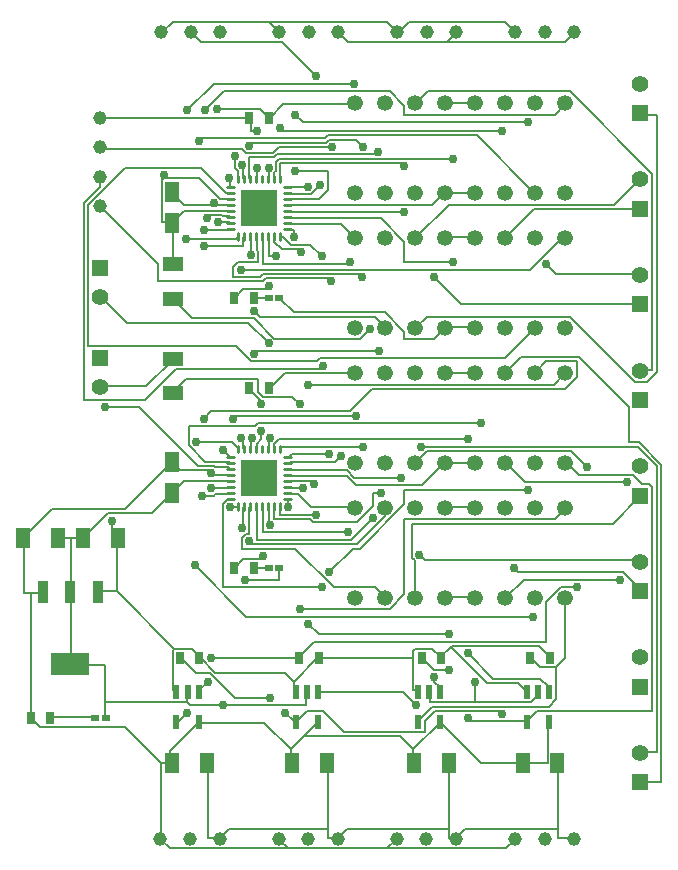
<source format=gbr>
G04 EAGLE Gerber RS-274X export*
G75*
%MOMM*%
%FSLAX34Y34*%
%LPD*%
%INTop Copper*%
%IPPOS*%
%AMOC8*
5,1,8,0,0,1.08239X$1,22.5*%
G01*
G04 Define Apertures*
%ADD10R,1.164600X1.815300*%
%ADD11R,1.188700X1.795500*%
%ADD12R,0.700000X0.500000*%
%ADD13C,1.343400*%
%ADD14R,0.897900X1.860300*%
%ADD15R,3.189100X1.860300*%
%ADD16C,0.264000*%
%ADD17R,3.100000X3.100000*%
%ADD18R,1.408000X1.408000*%
%ADD19C,1.408000*%
%ADD20C,1.148000*%
%ADD21R,0.798700X0.973900*%
%ADD22R,0.597100X1.186400*%
%ADD23R,1.815300X1.164600*%
%ADD24C,0.152400*%
%ADD25C,0.756400*%
D10*
X103654Y342900D03*
X74146Y342900D03*
X23346Y342900D03*
X52854Y342900D03*
X149785Y152400D03*
X179293Y152400D03*
D11*
X149700Y635399D03*
X149700Y609201D03*
D10*
X250772Y152400D03*
X280280Y152400D03*
X354120Y152400D03*
X383628Y152400D03*
D11*
X149700Y406799D03*
X149700Y380601D03*
D10*
X446333Y152400D03*
X475841Y152400D03*
D12*
X93400Y190500D03*
X84400Y190500D03*
X240400Y546100D03*
X231400Y546100D03*
X240400Y317500D03*
X231400Y317500D03*
D13*
X304800Y292100D03*
X330200Y292100D03*
X355600Y292100D03*
X381000Y292100D03*
X406400Y292100D03*
X431800Y292100D03*
X457200Y292100D03*
X482600Y292100D03*
X482600Y368300D03*
X457200Y368300D03*
X431800Y368300D03*
X406400Y368300D03*
X381000Y368300D03*
X355600Y368300D03*
X330200Y368300D03*
X304800Y368300D03*
D14*
X86500Y297450D03*
X63500Y297450D03*
X40500Y297450D03*
D15*
X63500Y235950D03*
D16*
X195961Y639800D02*
X201693Y639800D01*
X201693Y634800D02*
X195961Y634800D01*
X195961Y629800D02*
X201693Y629800D01*
X201693Y624800D02*
X195961Y624800D01*
X195961Y619800D02*
X201693Y619800D01*
X201693Y614800D02*
X195961Y614800D01*
X195961Y609800D02*
X201693Y609800D01*
X201693Y604800D02*
X195961Y604800D01*
X205700Y600793D02*
X205700Y595061D01*
X210700Y595061D02*
X210700Y600793D01*
X215700Y600793D02*
X215700Y595061D01*
X220700Y595061D02*
X220700Y600793D01*
X225700Y600793D02*
X225700Y595061D01*
X230700Y595061D02*
X230700Y600793D01*
X235700Y600793D02*
X235700Y595061D01*
X240700Y595061D02*
X240700Y600793D01*
X244707Y604800D02*
X250439Y604800D01*
X250439Y609800D02*
X244707Y609800D01*
X244707Y614800D02*
X250439Y614800D01*
X250439Y619800D02*
X244707Y619800D01*
X244707Y624800D02*
X250439Y624800D01*
X250439Y629800D02*
X244707Y629800D01*
X244707Y634800D02*
X250439Y634800D01*
X250439Y639800D02*
X244707Y639800D01*
X240700Y643807D02*
X240700Y649539D01*
X235700Y649539D02*
X235700Y643807D01*
X230700Y643807D02*
X230700Y649539D01*
X225700Y649539D02*
X225700Y643807D01*
X220700Y643807D02*
X220700Y649539D01*
X215700Y649539D02*
X215700Y643807D01*
X210700Y643807D02*
X210700Y649539D01*
X205700Y649539D02*
X205700Y643807D01*
D17*
X223200Y622300D03*
D13*
X304800Y635000D03*
X330200Y635000D03*
X355600Y635000D03*
X381000Y635000D03*
X406400Y635000D03*
X431800Y635000D03*
X457200Y635000D03*
X482600Y635000D03*
X482600Y711200D03*
X457200Y711200D03*
X431800Y711200D03*
X406400Y711200D03*
X381000Y711200D03*
X355600Y711200D03*
X330200Y711200D03*
X304800Y711200D03*
X304800Y520700D03*
X330200Y520700D03*
X355600Y520700D03*
X381000Y520700D03*
X406400Y520700D03*
X431800Y520700D03*
X457200Y520700D03*
X482600Y520700D03*
X482600Y596900D03*
X457200Y596900D03*
X431800Y596900D03*
X406400Y596900D03*
X381000Y596900D03*
X355600Y596900D03*
X330200Y596900D03*
X304800Y596900D03*
D16*
X201693Y411200D02*
X195961Y411200D01*
X195961Y406200D02*
X201693Y406200D01*
X201693Y401200D02*
X195961Y401200D01*
X195961Y396200D02*
X201693Y396200D01*
X201693Y391200D02*
X195961Y391200D01*
X195961Y386200D02*
X201693Y386200D01*
X201693Y381200D02*
X195961Y381200D01*
X195961Y376200D02*
X201693Y376200D01*
X205700Y372193D02*
X205700Y366461D01*
X210700Y366461D02*
X210700Y372193D01*
X215700Y372193D02*
X215700Y366461D01*
X220700Y366461D02*
X220700Y372193D01*
X225700Y372193D02*
X225700Y366461D01*
X230700Y366461D02*
X230700Y372193D01*
X235700Y372193D02*
X235700Y366461D01*
X240700Y366461D02*
X240700Y372193D01*
X244707Y376200D02*
X250439Y376200D01*
X250439Y381200D02*
X244707Y381200D01*
X244707Y386200D02*
X250439Y386200D01*
X250439Y391200D02*
X244707Y391200D01*
X244707Y396200D02*
X250439Y396200D01*
X250439Y401200D02*
X244707Y401200D01*
X244707Y406200D02*
X250439Y406200D01*
X250439Y411200D02*
X244707Y411200D01*
X240700Y415207D02*
X240700Y420939D01*
X235700Y420939D02*
X235700Y415207D01*
X230700Y415207D02*
X230700Y420939D01*
X225700Y420939D02*
X225700Y415207D01*
X220700Y415207D02*
X220700Y420939D01*
X215700Y420939D02*
X215700Y415207D01*
X210700Y415207D02*
X210700Y420939D01*
X205700Y420939D02*
X205700Y415207D01*
D17*
X223200Y393700D03*
D13*
X304800Y406400D03*
X330200Y406400D03*
X355600Y406400D03*
X381000Y406400D03*
X406400Y406400D03*
X431800Y406400D03*
X457200Y406400D03*
X482600Y406400D03*
X482600Y482600D03*
X457200Y482600D03*
X431800Y482600D03*
X406400Y482600D03*
X381000Y482600D03*
X355600Y482600D03*
X330200Y482600D03*
X304800Y482600D03*
D18*
X546100Y702400D03*
D19*
X546100Y727400D03*
D18*
X546100Y621457D03*
D19*
X546100Y646457D03*
D18*
X546100Y540514D03*
D19*
X546100Y565514D03*
D18*
X546100Y459571D03*
D19*
X546100Y484571D03*
D18*
X546100Y378629D03*
D19*
X546100Y403629D03*
D18*
X546100Y297686D03*
D19*
X546100Y322686D03*
D18*
X546100Y216743D03*
D19*
X546100Y241743D03*
D18*
X546100Y135800D03*
D19*
X546100Y160800D03*
D20*
X190300Y771100D03*
X165300Y771100D03*
X140300Y771100D03*
X290200Y771100D03*
X265200Y771100D03*
X240200Y771100D03*
X390100Y771100D03*
X365100Y771100D03*
X340100Y771100D03*
X490000Y771100D03*
X465000Y771100D03*
X440000Y771100D03*
X139700Y88200D03*
X164700Y88200D03*
X189700Y88200D03*
X239800Y88200D03*
X264800Y88200D03*
X289800Y88200D03*
X339900Y88200D03*
X364900Y88200D03*
X389900Y88200D03*
X440000Y88200D03*
X465000Y88200D03*
X490000Y88200D03*
D18*
X88900Y495300D03*
D19*
X88900Y470300D03*
D21*
X46252Y190500D03*
X29948Y190500D03*
X218652Y546100D03*
X202348Y546100D03*
X215048Y698500D03*
X231352Y698500D03*
X273678Y241300D03*
X257374Y241300D03*
X172691Y241300D03*
X156387Y241300D03*
X377026Y241300D03*
X360722Y241300D03*
X215048Y469900D03*
X231352Y469900D03*
X218652Y317500D03*
X202348Y317500D03*
X469239Y241300D03*
X452935Y241300D03*
D20*
X88900Y698500D03*
X88900Y673500D03*
X88900Y648500D03*
X88900Y623500D03*
D18*
X88900Y571500D03*
D19*
X88900Y546500D03*
D22*
X172139Y212644D03*
X162639Y212644D03*
X153139Y212644D03*
X153139Y187356D03*
X172139Y187356D03*
X273126Y212644D03*
X263626Y212644D03*
X254126Y212644D03*
X254126Y187356D03*
X273126Y187356D03*
X376474Y212644D03*
X366974Y212644D03*
X357474Y212644D03*
X357474Y187356D03*
X376474Y187356D03*
X468687Y212644D03*
X459187Y212644D03*
X449687Y212644D03*
X449687Y187356D03*
X468687Y187356D03*
D23*
X150000Y574754D03*
X150000Y545246D03*
X150000Y494754D03*
X150000Y465246D03*
D24*
X376250Y186250D02*
X353750Y163750D01*
X353750Y152500D01*
X376250Y186250D02*
X376474Y187356D01*
X354120Y152400D02*
X353750Y152500D01*
X467500Y152500D02*
X467500Y186250D01*
X467500Y152500D02*
X447500Y152500D01*
X467500Y186250D02*
X468687Y187356D01*
X447500Y152500D02*
X446333Y152400D01*
X411250Y152500D02*
X377500Y186250D01*
X411250Y152500D02*
X446250Y152500D01*
X377500Y186250D02*
X376474Y187356D01*
X446250Y152500D02*
X446333Y152400D01*
X261250Y175000D02*
X250000Y163750D01*
X261250Y175000D02*
X272500Y186250D01*
X250000Y163750D02*
X250000Y152500D01*
X272500Y186250D02*
X273126Y187356D01*
X250772Y152400D02*
X250000Y152500D01*
X171250Y186250D02*
X147500Y162500D01*
X147500Y152500D01*
X148750Y152500D01*
X171250Y186250D02*
X172139Y187356D01*
X149785Y152400D02*
X148750Y152500D01*
X140000Y152500D02*
X140000Y88750D01*
X140000Y152500D02*
X147500Y152500D01*
X140000Y88750D02*
X139700Y88200D01*
X147500Y152500D02*
X149785Y152400D01*
X227500Y186250D02*
X250000Y163750D01*
X227500Y186250D02*
X172500Y186250D01*
X172139Y187356D01*
X342500Y175000D02*
X353750Y163750D01*
X342500Y175000D02*
X261250Y175000D01*
X256250Y380000D02*
X248750Y380000D01*
X256250Y380000D02*
X267500Y368750D01*
X303750Y368750D01*
X248750Y380000D02*
X247573Y381200D01*
X303750Y368750D02*
X304800Y368300D01*
X240000Y87500D02*
X247500Y80000D01*
X331250Y80000D01*
X338750Y87500D01*
X240000Y87500D02*
X239800Y88200D01*
X338750Y87500D02*
X339900Y88200D01*
X432500Y80000D02*
X440000Y87500D01*
X432500Y80000D02*
X331250Y80000D01*
X440000Y87500D02*
X440000Y88200D01*
X147500Y80000D02*
X140000Y87500D01*
X147500Y80000D02*
X247500Y80000D01*
X140000Y87500D02*
X139700Y88200D01*
X232500Y470000D02*
X245000Y482500D01*
X303750Y482500D01*
X232500Y470000D02*
X231352Y469900D01*
X303750Y482500D02*
X304800Y482600D01*
X292500Y608750D02*
X248750Y608750D01*
X292500Y608750D02*
X303750Y597500D01*
X248750Y608750D02*
X247573Y609800D01*
X303750Y597500D02*
X304800Y596900D01*
X232500Y698750D02*
X243750Y710000D01*
X303750Y710000D01*
X232500Y698750D02*
X231352Y698500D01*
X303750Y710000D02*
X304800Y711200D01*
X382500Y762500D02*
X390000Y770000D01*
X382500Y762500D02*
X298750Y762500D01*
X291250Y770000D01*
X390000Y770000D02*
X390100Y771100D01*
X291250Y770000D02*
X290200Y771100D01*
X482500Y762500D02*
X490000Y770000D01*
X482500Y762500D02*
X382500Y762500D01*
X490000Y770000D02*
X490000Y771100D01*
X185000Y625000D02*
X160000Y625000D01*
X185000Y625000D02*
X198750Y625000D01*
X160000Y625000D02*
X150000Y635000D01*
X198750Y625000D02*
X198827Y624800D01*
X150000Y635000D02*
X149700Y635399D01*
X192500Y615000D02*
X198750Y615000D01*
X192500Y615000D02*
X191250Y616250D01*
X181250Y616250D01*
X178750Y613750D01*
X198750Y615000D02*
X198827Y614800D01*
X185000Y625000D02*
X185000Y626250D01*
X182500Y385000D02*
X198750Y385000D01*
X183750Y396250D02*
X182500Y397500D01*
X183750Y396250D02*
X198750Y396250D01*
X198827Y386200D02*
X198750Y385000D01*
X198827Y396200D02*
X198750Y396250D01*
X182500Y397500D02*
X180000Y400000D01*
X156250Y400000D01*
X150000Y406250D01*
X149700Y406799D01*
X30000Y296250D02*
X30000Y191250D01*
X30000Y296250D02*
X40000Y296250D01*
X30000Y191250D02*
X29948Y190500D01*
X40000Y296250D02*
X40500Y297450D01*
X23750Y296250D02*
X23750Y342500D01*
X23750Y296250D02*
X30000Y296250D01*
X23750Y342500D02*
X23346Y342900D01*
X110000Y367500D02*
X148750Y406250D01*
X110000Y367500D02*
X47500Y367500D01*
X23750Y343750D01*
X148750Y406250D02*
X149700Y406799D01*
X23750Y343750D02*
X23346Y342900D01*
X231250Y698750D02*
X223750Y706250D01*
X187500Y706250D01*
X231250Y698750D02*
X231352Y698500D01*
X110000Y182500D02*
X140000Y152500D01*
X110000Y182500D02*
X37500Y182500D01*
X30000Y190000D01*
X29948Y190500D01*
D25*
X178750Y613750D03*
X185000Y626250D03*
X182500Y385000D03*
X182500Y397500D03*
X187500Y706250D03*
D24*
X198750Y391250D02*
X160000Y391250D01*
X150000Y381250D01*
X198750Y391250D02*
X198827Y391200D01*
X150000Y381250D02*
X149700Y380601D01*
X73750Y342500D02*
X63750Y342500D01*
X53750Y342500D01*
X52854Y342900D01*
X73750Y342500D02*
X74146Y342900D01*
X63750Y342500D02*
X63750Y297500D01*
X63500Y297450D01*
X132500Y363750D02*
X148750Y380000D01*
X132500Y363750D02*
X95000Y363750D01*
X75000Y343750D01*
X148750Y380000D02*
X149700Y380601D01*
X75000Y343750D02*
X74146Y342900D01*
X92500Y235000D02*
X92500Y203750D01*
X92500Y191250D01*
X92500Y235000D02*
X63750Y235000D01*
X92500Y191250D02*
X93400Y190500D01*
X63750Y235000D02*
X63500Y235950D01*
X162500Y212500D02*
X162500Y203750D01*
X92500Y203750D01*
X162500Y212500D02*
X162639Y212644D01*
X262500Y212500D02*
X262500Y201250D01*
X192500Y201250D02*
X165000Y201250D01*
X192500Y201250D02*
X262500Y201250D01*
X165000Y201250D02*
X162500Y203750D01*
X262500Y212500D02*
X263626Y212644D01*
X63750Y236250D02*
X63750Y296250D01*
X63500Y297450D01*
X63750Y236250D02*
X63500Y235950D01*
X240000Y307500D02*
X240000Y317500D01*
X240000Y307500D02*
X211250Y307500D01*
X240000Y317500D02*
X240400Y317500D01*
X180000Y151250D02*
X180000Y88750D01*
X188750Y88750D01*
X180000Y151250D02*
X179293Y152400D01*
X188750Y88750D02*
X189700Y88200D01*
X281250Y88750D02*
X281250Y96250D01*
X281250Y151250D01*
X281250Y88750D02*
X288750Y88750D01*
X281250Y151250D02*
X280280Y152400D01*
X288750Y88750D02*
X289800Y88200D01*
X383750Y88750D02*
X383750Y96250D01*
X383750Y151250D01*
X383750Y88750D02*
X388750Y88750D01*
X383750Y151250D02*
X383628Y152400D01*
X388750Y88750D02*
X389900Y88200D01*
X476250Y88750D02*
X476250Y96250D01*
X476250Y151250D01*
X476250Y88750D02*
X490000Y88750D01*
X476250Y151250D02*
X475841Y152400D01*
X490000Y88750D02*
X490000Y88200D01*
X397500Y96250D02*
X390000Y88750D01*
X397500Y96250D02*
X476250Y96250D01*
X390000Y88750D02*
X389900Y88200D01*
X297500Y96250D02*
X290000Y88750D01*
X297500Y96250D02*
X383750Y96250D01*
X290000Y88750D02*
X289800Y88200D01*
X197500Y96250D02*
X190000Y88750D01*
X197500Y96250D02*
X281250Y96250D01*
X190000Y88750D02*
X189700Y88200D01*
X198750Y401250D02*
X197500Y402500D01*
X186250Y402500D01*
X185000Y403750D01*
X171250Y403750D01*
X121250Y453750D01*
X92500Y453750D01*
X198750Y401250D02*
X198827Y401200D01*
X127500Y471250D02*
X150000Y493750D01*
X127500Y471250D02*
X90000Y471250D01*
X150000Y493750D02*
X150000Y494754D01*
X90000Y471250D02*
X88900Y470300D01*
X160000Y620000D02*
X198750Y620000D01*
X160000Y620000D02*
X150000Y610000D01*
X198750Y620000D02*
X198827Y619800D01*
X150000Y610000D02*
X149700Y609201D01*
X190000Y630000D02*
X198750Y630000D01*
X190000Y630000D02*
X172500Y647500D01*
X142500Y647500D01*
X141250Y646250D01*
X141250Y610000D01*
X148750Y610000D01*
X198827Y629800D02*
X198750Y630000D01*
X149700Y609201D02*
X148750Y610000D01*
X150000Y608750D02*
X150000Y575000D01*
X150000Y574754D01*
X150000Y608750D02*
X149700Y609201D01*
X141250Y771250D02*
X150000Y780000D01*
X231250Y780000D01*
X240000Y771250D01*
X141250Y771250D02*
X140300Y771100D01*
X240000Y771250D02*
X240200Y771100D01*
X331250Y780000D02*
X340000Y771250D01*
X331250Y780000D02*
X231250Y780000D01*
X340000Y771250D02*
X340100Y771100D01*
X142500Y650000D02*
X142500Y647500D01*
X381250Y711250D02*
X406250Y711250D01*
X381250Y711250D02*
X381000Y711200D01*
X406250Y711250D02*
X406400Y711200D01*
X406250Y597500D02*
X381250Y597500D01*
X381000Y596900D01*
X406250Y597500D02*
X406400Y596900D01*
X370000Y625000D02*
X248750Y625000D01*
X370000Y625000D02*
X380000Y635000D01*
X248750Y625000D02*
X247573Y624800D01*
X380000Y635000D02*
X381000Y635000D01*
X381250Y635000D02*
X406250Y635000D01*
X406400Y635000D01*
X381250Y635000D02*
X381000Y635000D01*
X381250Y482500D02*
X406250Y482500D01*
X381250Y482500D02*
X381000Y482600D01*
X406250Y482500D02*
X406400Y482600D01*
X252500Y533750D02*
X241250Y545000D01*
X252500Y533750D02*
X330000Y533750D01*
X346250Y517500D01*
X346250Y511250D01*
X371250Y511250D01*
X380000Y520000D01*
X241250Y545000D02*
X240400Y546100D01*
X380000Y520000D02*
X381000Y520700D01*
X381250Y521250D02*
X406250Y521250D01*
X406400Y520700D01*
X381250Y521250D02*
X381000Y520700D01*
X297500Y395000D02*
X248750Y395000D01*
X297500Y395000D02*
X305000Y387500D01*
X361250Y387500D01*
X380000Y406250D01*
X248750Y395000D02*
X247573Y396200D01*
X380000Y406250D02*
X381000Y406400D01*
X381250Y406250D02*
X406250Y406250D01*
X406400Y406400D01*
X381250Y406250D02*
X381000Y406400D01*
X367500Y212500D02*
X367500Y203750D01*
X406250Y203750D02*
X453750Y203750D01*
X406250Y203750D02*
X367500Y203750D01*
X453750Y203750D02*
X458750Y208750D01*
X458750Y212500D01*
X367500Y212500D02*
X366974Y212644D01*
X458750Y212500D02*
X459187Y212644D01*
X406250Y292500D02*
X381250Y292500D01*
X381000Y292100D01*
X406250Y292500D02*
X406400Y292100D01*
X406250Y368750D02*
X381250Y368750D01*
X381000Y368300D01*
X406250Y368750D02*
X406400Y368300D01*
X406250Y221250D02*
X406250Y203750D01*
X341250Y771250D02*
X350000Y780000D01*
X431250Y780000D01*
X440000Y771250D01*
X341250Y771250D02*
X340100Y771100D01*
X440000Y771250D02*
X440000Y771100D01*
D25*
X211250Y307500D03*
X192500Y201250D03*
X92500Y453750D03*
X142500Y650000D03*
X406250Y221250D03*
D24*
X83750Y191250D02*
X47500Y191250D01*
X83750Y191250D02*
X84400Y190500D01*
X47500Y191250D02*
X46252Y190500D01*
X182500Y241250D02*
X256250Y241250D01*
X162500Y195000D02*
X155000Y187500D01*
X153750Y187500D01*
X256250Y241250D02*
X257374Y241300D01*
X153750Y187500D02*
X153139Y187356D01*
X478750Y301250D02*
X492500Y301250D01*
X478750Y301250D02*
X466250Y288750D01*
X466250Y255000D01*
X270000Y255000D01*
X257500Y242500D01*
X257374Y241300D01*
D25*
X182500Y241250D03*
X162500Y195000D03*
X492500Y301250D03*
D24*
X215000Y698750D02*
X90000Y698750D01*
X215000Y698750D02*
X215048Y698500D01*
X90000Y698750D02*
X88900Y698500D01*
X221250Y422500D02*
X221250Y418750D01*
X221250Y422500D02*
X225000Y426250D01*
X225000Y433750D01*
X225000Y456250D02*
X225000Y458750D01*
X215000Y468750D01*
X221250Y418750D02*
X220700Y418073D01*
X215000Y468750D02*
X215048Y469900D01*
X221250Y647500D02*
X221250Y656250D01*
X221250Y647500D02*
X220700Y646673D01*
X216250Y687500D02*
X216250Y697500D01*
X216250Y687500D02*
X221250Y687500D01*
X216250Y697500D02*
X215048Y698500D01*
D25*
X225000Y433750D03*
X225000Y456250D03*
X221250Y656250D03*
X221250Y687500D03*
D24*
X241250Y660000D02*
X241250Y647500D01*
X241250Y660000D02*
X343750Y660000D01*
X346250Y657500D01*
X241250Y647500D02*
X240700Y646673D01*
D25*
X346250Y657500D03*
D24*
X236250Y652500D02*
X236250Y647500D01*
X236250Y652500D02*
X237500Y653750D01*
X237500Y661250D01*
X240000Y663750D01*
X387500Y663750D01*
X236250Y647500D02*
X235700Y646673D01*
D25*
X387500Y663750D03*
D24*
X265000Y640000D02*
X248750Y640000D01*
X247573Y639800D01*
D25*
X265000Y640000D03*
D24*
X267500Y633750D02*
X248750Y633750D01*
X267500Y633750D02*
X275000Y641250D01*
X271250Y733750D02*
X242500Y762500D01*
X173750Y762500D01*
X166250Y770000D01*
X247573Y634800D02*
X248750Y633750D01*
X166250Y770000D02*
X165300Y771100D01*
D25*
X275000Y641250D03*
X271250Y733750D03*
D24*
X273750Y630000D02*
X248750Y630000D01*
X273750Y630000D02*
X281250Y637500D01*
X281250Y653750D01*
X253750Y653750D01*
X180000Y221250D02*
X172500Y213750D01*
X247573Y629800D02*
X248750Y630000D01*
X172500Y213750D02*
X172139Y212644D01*
D25*
X253750Y653750D03*
X180000Y221250D03*
D24*
X248750Y613750D02*
X326250Y613750D01*
X346250Y593750D01*
X346250Y576250D01*
X387500Y576250D01*
X345000Y212500D02*
X356250Y201250D01*
X345000Y212500D02*
X273750Y212500D01*
X248750Y613750D02*
X247573Y614800D01*
X273126Y212644D02*
X273750Y212500D01*
D25*
X387500Y576250D03*
X356250Y201250D03*
D24*
X231250Y353750D02*
X231250Y368750D01*
X231250Y353750D02*
X232500Y353750D01*
X231250Y507500D02*
X213750Y525000D01*
X111250Y525000D01*
X90000Y546250D01*
X230700Y369327D02*
X231250Y368750D01*
X90000Y546250D02*
X88900Y546500D01*
D25*
X232500Y353750D03*
X231250Y507500D03*
D24*
X236250Y368750D02*
X236250Y358750D01*
X266250Y358750D01*
X268750Y356250D01*
X306250Y356250D01*
X320000Y370000D01*
X320000Y381250D01*
X326250Y381250D01*
X258750Y585000D02*
X256250Y587500D01*
X242500Y587500D01*
X236250Y593750D01*
X236250Y597500D01*
X235700Y369327D02*
X236250Y368750D01*
X236250Y597500D02*
X235700Y597927D01*
X137500Y575000D02*
X90000Y622500D01*
X137500Y575000D02*
X137500Y560000D01*
X226250Y560000D01*
X228750Y562500D01*
X281250Y562500D01*
X283750Y560000D01*
X90000Y622500D02*
X88900Y623500D01*
D25*
X326250Y381250D03*
X258750Y585000D03*
X283750Y560000D03*
D24*
X241250Y368750D02*
X241250Y362500D01*
X271250Y362500D01*
X276250Y581250D02*
X266250Y591250D01*
X250000Y591250D01*
X243750Y597500D01*
X241250Y597500D01*
X240700Y369327D02*
X241250Y368750D01*
X241250Y597500D02*
X240700Y597927D01*
X88750Y640000D02*
X88750Y647500D01*
X88750Y640000D02*
X75000Y626250D01*
X75000Y460000D01*
X126250Y460000D01*
X152500Y486250D01*
X275000Y486250D01*
X277500Y488750D01*
X88750Y647500D02*
X88900Y648500D01*
D25*
X271250Y362500D03*
X276250Y581250D03*
X277500Y488750D03*
D24*
X247500Y375000D02*
X247500Y368750D01*
X252500Y597500D02*
X252500Y603750D01*
X248750Y603750D01*
X247573Y376200D02*
X247500Y375000D01*
X248750Y603750D02*
X247573Y604800D01*
X208750Y672500D02*
X90000Y672500D01*
X208750Y672500D02*
X212500Y668750D01*
X235000Y668750D01*
X240000Y673750D01*
X285000Y673750D01*
X90000Y672500D02*
X88900Y673500D01*
D25*
X247500Y368750D03*
X252500Y597500D03*
X285000Y673750D03*
D24*
X221250Y597500D02*
X221250Y586250D01*
X222500Y585000D01*
X222500Y576250D01*
X205000Y576250D01*
X201250Y572500D01*
X201250Y563750D01*
X223750Y563750D01*
X226250Y566250D01*
X307500Y566250D01*
X310000Y563750D01*
X221250Y597500D02*
X220700Y597927D01*
D25*
X310000Y563750D03*
D24*
X198750Y610000D02*
X188750Y610000D01*
X260000Y695000D02*
X253750Y701250D01*
X260000Y695000D02*
X451250Y695000D01*
X198827Y609800D02*
X198750Y610000D01*
D25*
X188750Y610000D03*
X253750Y701250D03*
X451250Y695000D03*
D24*
X231250Y546250D02*
X218750Y546250D01*
X231250Y546250D02*
X231400Y546100D01*
X218750Y546250D02*
X218652Y546100D01*
X198750Y603750D02*
X176250Y603750D01*
X172500Y678750D02*
X175000Y681250D01*
X278750Y681250D01*
X281250Y683750D01*
X407500Y683750D01*
X456250Y635000D01*
X198827Y604800D02*
X198750Y603750D01*
X456250Y635000D02*
X457200Y635000D01*
D25*
X176250Y603750D03*
X172500Y678750D03*
D24*
X215000Y665000D02*
X215000Y647500D01*
X215000Y665000D02*
X236250Y665000D01*
X238750Y667500D01*
X321250Y667500D01*
X323750Y670000D01*
X215700Y646673D02*
X215000Y647500D01*
D25*
X323750Y670000D03*
D24*
X210000Y658750D02*
X210000Y647500D01*
X210000Y658750D02*
X208750Y658750D01*
X215000Y675000D02*
X217500Y677500D01*
X280000Y677500D01*
X282500Y680000D01*
X305000Y680000D01*
X311250Y673750D01*
X210700Y646673D02*
X210000Y647500D01*
D25*
X208750Y658750D03*
X215000Y675000D03*
X311250Y673750D03*
D24*
X205000Y653750D02*
X205000Y647500D01*
X205000Y653750D02*
X202500Y656250D01*
X202500Y666250D01*
X241250Y690000D02*
X243750Y687500D01*
X428750Y687500D01*
X205700Y646673D02*
X205000Y647500D01*
D25*
X202500Y666250D03*
X241250Y690000D03*
X428750Y687500D03*
D24*
X198750Y635000D02*
X195000Y635000D01*
X173750Y656250D01*
X110000Y656250D01*
X78750Y625000D01*
X78750Y505000D01*
X203750Y505000D01*
X216250Y492500D01*
X272500Y492500D01*
X275000Y495000D01*
X431250Y495000D01*
X456250Y520000D01*
X198827Y634800D02*
X198750Y635000D01*
X456250Y520000D02*
X457200Y520700D01*
X216250Y582500D02*
X216250Y597500D01*
X218750Y535000D02*
X223750Y530000D01*
X321250Y530000D01*
X330000Y521250D01*
X216250Y597500D02*
X215700Y597927D01*
X330000Y521250D02*
X330200Y520700D01*
D25*
X216250Y582500D03*
X218750Y535000D03*
D24*
X231250Y647500D02*
X231250Y656250D01*
X231250Y556250D02*
X228750Y553750D01*
X210000Y553750D01*
X202500Y546250D01*
X230700Y646673D02*
X231250Y647500D01*
X202500Y546250D02*
X202348Y546100D01*
D25*
X231250Y656250D03*
X231250Y556250D03*
D24*
X226250Y575000D02*
X226250Y597500D01*
X226250Y575000D02*
X298750Y575000D01*
X300000Y576250D01*
X226250Y597500D02*
X225700Y597927D01*
D25*
X300000Y576250D03*
D24*
X198750Y640000D02*
X198750Y647500D01*
X197500Y647500D01*
X207500Y570000D02*
X452500Y570000D01*
X478750Y596250D01*
X482500Y596250D01*
X198827Y639800D02*
X198750Y640000D01*
X482500Y596250D02*
X482600Y596900D01*
D25*
X197500Y647500D03*
X207500Y570000D03*
D24*
X203750Y596250D02*
X205000Y597500D01*
X203750Y596250D02*
X161250Y596250D01*
X162500Y705000D02*
X185000Y727500D01*
X303750Y727500D01*
X205700Y597927D02*
X205000Y597500D01*
D25*
X161250Y596250D03*
X162500Y705000D03*
X303750Y727500D03*
D24*
X210000Y597500D02*
X210000Y590000D01*
X176250Y590000D01*
X177500Y705000D02*
X193750Y721250D01*
X333750Y721250D01*
X346250Y708750D01*
X346250Y701250D01*
X473750Y701250D01*
X482500Y710000D01*
X210700Y597927D02*
X210000Y597500D01*
X482500Y710000D02*
X482600Y711200D01*
D25*
X176250Y590000D03*
X177500Y705000D03*
D24*
X356250Y521250D02*
X365000Y530000D01*
X486250Y530000D01*
X541250Y475000D01*
X551250Y475000D01*
X560000Y483750D01*
X560000Y701250D01*
X546250Y701250D01*
X356250Y521250D02*
X355600Y520700D01*
X546250Y701250D02*
X546100Y702400D01*
X456250Y621250D02*
X432500Y597500D01*
X456250Y621250D02*
X545000Y621250D01*
X432500Y597500D02*
X431800Y596900D01*
X545000Y621250D02*
X546100Y621457D01*
X383750Y625000D02*
X356250Y597500D01*
X383750Y625000D02*
X523750Y625000D01*
X545000Y646250D01*
X356250Y597500D02*
X355600Y596900D01*
X545000Y646250D02*
X546100Y646457D01*
X393750Y541250D02*
X371250Y563750D01*
X393750Y541250D02*
X545000Y541250D01*
X546100Y540514D01*
D25*
X371250Y563750D03*
D24*
X466250Y575000D02*
X475000Y566250D01*
X545000Y566250D01*
X546100Y565514D01*
D25*
X466250Y575000D03*
D24*
X356250Y711250D02*
X366250Y721250D01*
X486250Y721250D01*
X556250Y651250D01*
X556250Y485000D01*
X546250Y485000D01*
X356250Y711250D02*
X355600Y711200D01*
X546250Y485000D02*
X546100Y484571D01*
X170000Y228750D02*
X157500Y241250D01*
X170000Y228750D02*
X181250Y228750D01*
X202500Y207500D01*
X232500Y207500D01*
X245000Y195000D02*
X252500Y187500D01*
X253750Y187500D01*
X157500Y241250D02*
X156387Y241300D01*
X253750Y187500D02*
X254126Y187356D01*
X426250Y196250D02*
X428750Y193750D01*
X426250Y196250D02*
X372500Y196250D01*
X363750Y187500D01*
X363750Y178750D01*
X295000Y178750D01*
X277500Y196250D01*
X263750Y196250D01*
X255000Y187500D01*
X254126Y187356D01*
D25*
X232500Y207500D03*
X245000Y195000D03*
X428750Y193750D03*
D24*
X231250Y317500D02*
X218750Y317500D01*
X231250Y317500D02*
X231400Y317500D01*
X218750Y317500D02*
X218652Y317500D01*
X231250Y418750D02*
X231250Y427500D01*
X232500Y427500D01*
X226250Y327500D02*
X223750Y325000D01*
X210000Y325000D01*
X202500Y317500D01*
X230700Y418073D02*
X231250Y418750D01*
X202500Y317500D02*
X202348Y317500D01*
D25*
X232500Y427500D03*
X226250Y327500D03*
D24*
X355000Y323750D02*
X355000Y292500D01*
X355000Y323750D02*
X352500Y326250D01*
X352500Y355000D01*
X522500Y355000D01*
X545000Y377500D01*
X355600Y292100D02*
X355000Y292500D01*
X545000Y377500D02*
X546100Y378629D01*
X447500Y307500D02*
X432500Y292500D01*
X447500Y307500D02*
X528750Y307500D01*
X432500Y292500D02*
X431800Y292100D01*
D25*
X528750Y307500D03*
D24*
X442500Y313750D02*
X438750Y317500D01*
X442500Y313750D02*
X531250Y313750D01*
X546250Y298750D01*
X546100Y297686D01*
D25*
X438750Y317500D03*
D24*
X363750Y323750D02*
X358750Y328750D01*
X363750Y323750D02*
X545000Y323750D01*
X546100Y322686D01*
D25*
X358750Y328750D03*
D24*
X356250Y407500D02*
X365000Y416250D01*
X487500Y416250D01*
X501250Y402500D01*
X356250Y407500D02*
X355600Y406400D01*
D25*
X501250Y402500D03*
D24*
X448750Y390000D02*
X432500Y406250D01*
X448750Y390000D02*
X535000Y390000D01*
X432500Y406250D02*
X431800Y406400D01*
D25*
X535000Y390000D03*
D24*
X432500Y483750D02*
X445000Y496250D01*
X493750Y496250D01*
X536250Y453750D01*
X536250Y423750D01*
X545000Y423750D01*
X563750Y405000D01*
X563750Y136250D01*
X546250Y136250D01*
X431800Y482600D02*
X432500Y483750D01*
X546250Y136250D02*
X546100Y135800D01*
X543750Y420000D02*
X360000Y420000D01*
X543750Y420000D02*
X560000Y403750D01*
X560000Y161250D01*
X546250Y161250D01*
X546100Y160800D01*
D25*
X360000Y420000D03*
D24*
X272500Y241250D02*
X252500Y221250D01*
X252500Y213750D01*
X253750Y213750D01*
X272500Y241250D02*
X273678Y241300D01*
X253750Y213750D02*
X254126Y212644D01*
X370000Y248750D02*
X376250Y242500D01*
X370000Y248750D02*
X355000Y248750D01*
X353750Y247500D01*
X353750Y241250D02*
X353750Y213750D01*
X353750Y241250D02*
X353750Y247500D01*
X353750Y213750D02*
X356250Y213750D01*
X377026Y241300D02*
X376250Y242500D01*
X356250Y213750D02*
X357474Y212644D01*
X460000Y251250D02*
X468750Y242500D01*
X460000Y251250D02*
X386250Y251250D01*
X385000Y250000D02*
X377500Y242500D01*
X385000Y250000D02*
X386250Y251250D01*
X468750Y242500D02*
X469239Y241300D01*
X377500Y242500D02*
X377026Y241300D01*
X442500Y220000D02*
X448750Y213750D01*
X442500Y220000D02*
X416250Y220000D01*
X386250Y250000D01*
X385000Y250000D01*
X448750Y213750D02*
X449687Y212644D01*
X353750Y241250D02*
X273750Y241250D01*
X273678Y241300D01*
X172500Y242500D02*
X166250Y248750D01*
X151250Y248750D01*
X150000Y247500D01*
X150000Y213750D01*
X152500Y213750D01*
X172691Y241300D02*
X172500Y242500D01*
X152500Y213750D02*
X153139Y212644D01*
X102500Y297500D02*
X102500Y342500D01*
X102500Y297500D02*
X87500Y297500D01*
X102500Y342500D02*
X103654Y342900D01*
X87500Y297500D02*
X86500Y297450D01*
X102500Y297500D02*
X151250Y248750D01*
X98750Y343750D02*
X98750Y357500D01*
X98750Y343750D02*
X102500Y343750D01*
X103654Y342900D01*
X245000Y228750D02*
X252500Y221250D01*
X245000Y228750D02*
X186250Y228750D01*
X173750Y241250D01*
X172691Y241300D01*
D25*
X98750Y357500D03*
D24*
X248750Y400000D02*
X297500Y400000D01*
X303750Y393750D01*
X343750Y393750D01*
X371250Y225000D02*
X371250Y221250D01*
X376250Y216250D01*
X376250Y213750D01*
X248750Y400000D02*
X247573Y401200D01*
X376250Y213750D02*
X376474Y212644D01*
D25*
X343750Y393750D03*
X371250Y225000D03*
D24*
X260000Y385000D02*
X248750Y385000D01*
X265000Y270000D02*
X273750Y261250D01*
X383750Y261250D01*
X400000Y245000D02*
X421250Y223750D01*
X461250Y223750D01*
X467500Y217500D01*
X467500Y213750D01*
X248750Y385000D02*
X247573Y386200D01*
X467500Y213750D02*
X468687Y212644D01*
D25*
X260000Y385000D03*
X265000Y270000D03*
X383750Y261250D03*
X400000Y245000D03*
D24*
X248750Y406250D02*
X250000Y407500D01*
X287500Y407500D01*
X292500Y412500D01*
X248750Y406250D02*
X247573Y406200D01*
D25*
X292500Y412500D03*
D24*
X251250Y413750D02*
X248750Y411250D01*
X251250Y413750D02*
X282500Y413750D01*
X248750Y411250D02*
X247573Y411200D01*
D25*
X282500Y413750D03*
D24*
X242500Y420000D02*
X241250Y418750D01*
X242500Y420000D02*
X311250Y420000D01*
X241250Y418750D02*
X240700Y418073D01*
D25*
X311250Y420000D03*
D24*
X236250Y418750D02*
X236250Y422500D01*
X240000Y426250D01*
X400000Y426250D01*
X236250Y418750D02*
X235700Y418073D01*
D25*
X400000Y426250D03*
D24*
X221250Y368750D02*
X221250Y341250D01*
X301250Y341250D01*
X320000Y360000D01*
X221250Y368750D02*
X220700Y369327D01*
D25*
X320000Y360000D03*
D24*
X226250Y368750D02*
X226250Y347500D01*
X298750Y347500D01*
X226250Y368750D02*
X225700Y369327D01*
D25*
X298750Y347500D03*
D24*
X198750Y380000D02*
X186250Y380000D01*
X185000Y378750D01*
X175000Y378750D01*
X176250Y443750D02*
X182500Y450000D01*
X300000Y450000D01*
X318750Y468750D01*
X482500Y468750D01*
X492500Y478750D01*
X492500Y492500D01*
X466250Y492500D01*
X457500Y483750D01*
X198827Y381200D02*
X198750Y380000D01*
X457200Y482600D02*
X457500Y483750D01*
D25*
X175000Y378750D03*
X176250Y443750D03*
D24*
X196250Y375000D02*
X198750Y375000D01*
X196250Y375000D02*
X192500Y371250D01*
X192500Y301250D01*
X276250Y301250D01*
X282500Y313750D02*
X302500Y333750D01*
X308750Y333750D01*
X346250Y371250D01*
X346250Y383750D01*
X451250Y383750D01*
X198827Y376200D02*
X198750Y375000D01*
D25*
X276250Y301250D03*
X282500Y313750D03*
X451250Y383750D03*
D24*
X216250Y418750D02*
X216250Y427500D01*
X217500Y427500D01*
X218750Y498750D02*
X221250Y501250D01*
X325000Y501250D01*
X216250Y418750D02*
X215700Y418073D01*
D25*
X217500Y427500D03*
X218750Y498750D03*
X325000Y501250D03*
D24*
X210000Y427500D02*
X210000Y418750D01*
X210000Y427500D02*
X207500Y427500D01*
X215000Y340000D02*
X217500Y337500D01*
X306250Y337500D01*
X330000Y361250D01*
X330000Y367500D01*
X210700Y418073D02*
X210000Y418750D01*
X330200Y368300D02*
X330000Y367500D01*
D25*
X207500Y427500D03*
X215000Y340000D03*
D24*
X205000Y418750D02*
X200000Y423750D01*
X170000Y423750D01*
X168750Y320000D02*
X212500Y276250D01*
X455000Y276250D01*
X205700Y418073D02*
X205000Y418750D01*
D25*
X170000Y423750D03*
X168750Y320000D03*
X455000Y276250D03*
D24*
X198750Y411250D02*
X192500Y417500D01*
X257500Y282500D02*
X333750Y282500D01*
X346250Y295000D01*
X346250Y358750D01*
X473750Y358750D01*
X482500Y367500D01*
X198827Y411200D02*
X198750Y411250D01*
X482600Y368300D02*
X482500Y367500D01*
D25*
X192500Y417500D03*
X257500Y282500D03*
D24*
X198750Y406250D02*
X197500Y407500D01*
X177500Y407500D01*
X163750Y421250D01*
X163750Y437500D01*
X220000Y437500D01*
X222500Y440000D01*
X411250Y440000D01*
X198827Y406200D02*
X198750Y406250D01*
D25*
X411250Y440000D03*
D24*
X215000Y368750D02*
X215000Y346250D01*
X212500Y346250D01*
X208750Y342500D01*
X208750Y333750D01*
X253750Y333750D01*
X286250Y301250D01*
X321250Y301250D01*
X330000Y292500D01*
X215700Y369327D02*
X215000Y368750D01*
X330000Y292500D02*
X330200Y292100D01*
X210000Y351250D02*
X210000Y368750D01*
X210000Y351250D02*
X208750Y351250D01*
X265000Y472500D02*
X472500Y472500D01*
X482500Y482500D01*
X210700Y369327D02*
X210000Y368750D01*
X482500Y482500D02*
X482600Y482600D01*
D25*
X208750Y351250D03*
X265000Y472500D03*
D24*
X205000Y368750D02*
X198750Y368750D01*
X201250Y443750D02*
X203750Y446250D01*
X305000Y446250D01*
X205700Y369327D02*
X205000Y368750D01*
D25*
X198750Y368750D03*
X201250Y443750D03*
X305000Y446250D03*
D24*
X231250Y581250D02*
X231250Y597500D01*
X231250Y581250D02*
X237500Y581250D01*
X231250Y597500D02*
X230700Y597927D01*
D25*
X237500Y581250D03*
D24*
X453750Y241250D02*
X461250Y233750D01*
X475000Y233750D01*
X482500Y241250D01*
X482500Y291250D01*
X453750Y241250D02*
X452935Y241300D01*
X482500Y291250D02*
X482600Y292100D01*
X370000Y200000D02*
X357500Y187500D01*
X370000Y200000D02*
X468750Y200000D01*
X475000Y206250D01*
X475000Y233750D01*
X357500Y187500D02*
X357474Y187356D01*
X371250Y231250D02*
X361250Y241250D01*
X371250Y231250D02*
X383750Y231250D01*
X400000Y190000D02*
X402500Y187500D01*
X448750Y187500D01*
X361250Y241250D02*
X360722Y241300D01*
X448750Y187500D02*
X449687Y187356D01*
X493750Y396250D02*
X483750Y406250D01*
X493750Y396250D02*
X540000Y396250D01*
X547500Y388750D01*
X553750Y388750D01*
X556250Y386250D01*
X556250Y196250D01*
X458750Y196250D01*
X450000Y187500D01*
X482600Y406400D02*
X483750Y406250D01*
X450000Y187500D02*
X449687Y187356D01*
D25*
X383750Y231250D03*
X400000Y190000D03*
D24*
X346250Y618750D02*
X248750Y618750D01*
X317500Y520000D02*
X308750Y511250D01*
X236250Y511250D01*
X218750Y528750D01*
X166250Y528750D01*
X150000Y545000D01*
X247573Y619800D02*
X248750Y618750D01*
X150000Y545246D02*
X150000Y545000D01*
D25*
X346250Y618750D03*
X317500Y520000D03*
D24*
X267500Y391250D02*
X248750Y391250D01*
X267500Y391250D02*
X270000Y388750D01*
X257500Y456250D02*
X251250Y462500D01*
X226250Y462500D01*
X222500Y466250D01*
X222500Y477500D01*
X161250Y477500D01*
X150000Y466250D01*
X247573Y391200D02*
X248750Y391250D01*
X150000Y465246D02*
X150000Y466250D01*
D25*
X270000Y388750D03*
X257500Y456250D03*
M02*

</source>
